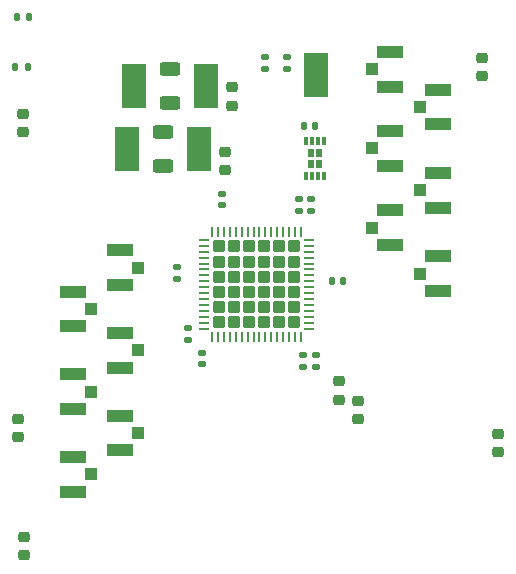
<source format=gbr>
%TF.GenerationSoftware,KiCad,Pcbnew,8.0.7-8.0.7-0~ubuntu22.04.1*%
%TF.CreationDate,2024-12-10T17:00:38-05:00*%
%TF.ProjectId,breakout-tt07-qfn,62726561-6b6f-4757-942d-747430372d71,1.1*%
%TF.SameCoordinates,PX2b64660PY42c1d80*%
%TF.FileFunction,Paste,Top*%
%TF.FilePolarity,Positive*%
%FSLAX46Y46*%
G04 Gerber Fmt 4.6, Leading zero omitted, Abs format (unit mm)*
G04 Created by KiCad (PCBNEW 8.0.7-8.0.7-0~ubuntu22.04.1) date 2024-12-10 17:00:38*
%MOMM*%
%LPD*%
G01*
G04 APERTURE LIST*
G04 Aperture macros list*
%AMRoundRect*
0 Rectangle with rounded corners*
0 $1 Rounding radius*
0 $2 $3 $4 $5 $6 $7 $8 $9 X,Y pos of 4 corners*
0 Add a 4 corners polygon primitive as box body*
4,1,4,$2,$3,$4,$5,$6,$7,$8,$9,$2,$3,0*
0 Add four circle primitives for the rounded corners*
1,1,$1+$1,$2,$3*
1,1,$1+$1,$4,$5*
1,1,$1+$1,$6,$7*
1,1,$1+$1,$8,$9*
0 Add four rect primitives between the rounded corners*
20,1,$1+$1,$2,$3,$4,$5,0*
20,1,$1+$1,$4,$5,$6,$7,0*
20,1,$1+$1,$6,$7,$8,$9,0*
20,1,$1+$1,$8,$9,$2,$3,0*%
G04 Aperture macros list end*
%ADD10RoundRect,0.140000X0.170000X-0.140000X0.170000X0.140000X-0.170000X0.140000X-0.170000X-0.140000X0*%
%ADD11RoundRect,0.140000X0.140000X0.170000X-0.140000X0.170000X-0.140000X-0.170000X0.140000X-0.170000X0*%
%ADD12R,2.000000X3.800000*%
%ADD13R,1.050000X1.000000*%
%ADD14R,2.200000X1.050000*%
%ADD15RoundRect,0.225000X-0.250000X0.225000X-0.250000X-0.225000X0.250000X-0.225000X0.250000X0.225000X0*%
%ADD16RoundRect,0.140000X-0.170000X0.140000X-0.170000X-0.140000X0.170000X-0.140000X0.170000X0.140000X0*%
%ADD17RoundRect,0.135000X0.135000X0.185000X-0.135000X0.185000X-0.135000X-0.185000X0.135000X-0.185000X0*%
%ADD18RoundRect,0.250000X0.265000X0.265000X-0.265000X0.265000X-0.265000X-0.265000X0.265000X-0.265000X0*%
%ADD19RoundRect,0.062500X0.362500X0.062500X-0.362500X0.062500X-0.362500X-0.062500X0.362500X-0.062500X0*%
%ADD20RoundRect,0.062500X0.062500X0.362500X-0.062500X0.362500X-0.062500X-0.362500X0.062500X-0.362500X0*%
%ADD21R,0.580000X0.710000*%
%ADD22R,0.300000X0.750000*%
%ADD23RoundRect,0.250000X-0.625000X0.312500X-0.625000X-0.312500X0.625000X-0.312500X0.625000X0.312500X0*%
%ADD24RoundRect,0.225000X0.250000X-0.225000X0.250000X0.225000X-0.250000X0.225000X-0.250000X-0.225000X0*%
%ADD25RoundRect,0.250000X0.625000X-0.312500X0.625000X0.312500X-0.625000X0.312500X-0.625000X-0.312500X0*%
%ADD26RoundRect,0.135000X-0.185000X0.135000X-0.185000X-0.135000X0.185000X-0.135000X0.185000X0.135000X0*%
G04 APERTURE END LIST*
D10*
%TO.C,C5*%
X74300000Y-49180000D03*
X74300000Y-48220000D03*
%TD*%
%TO.C,C4*%
X65750000Y-48980000D03*
X65750000Y-48020000D03*
%TD*%
%TO.C,C8*%
X75400000Y-49180000D03*
X75400000Y-48220000D03*
%TD*%
%TO.C,C6*%
X74000000Y-35980000D03*
X74000000Y-35020000D03*
%TD*%
%TO.C,C10*%
X67500000Y-35480000D03*
X67500000Y-34520000D03*
%TD*%
D11*
%TO.C,C13*%
X77730000Y-41900000D03*
X76770000Y-41900000D03*
%TD*%
D12*
%TO.C,TP3*%
X60000000Y-25400000D03*
%TD*%
%TO.C,TP2*%
X65500000Y-30750000D03*
%TD*%
D13*
%TO.C,J3*%
X56412500Y-44300000D03*
D14*
X54887500Y-45775000D03*
X54887500Y-42825000D03*
%TD*%
D15*
%TO.C,C19*%
X77400000Y-50425000D03*
X77400000Y-51975000D03*
%TD*%
D16*
%TO.C,C7*%
X75000000Y-35020000D03*
X75000000Y-35980000D03*
%TD*%
D13*
%TO.C,J12*%
X84200000Y-27200000D03*
D14*
X85725000Y-25725000D03*
X85725000Y-28675000D03*
%TD*%
D17*
%TO.C,R1*%
X51010000Y-23800000D03*
X49990000Y-23800000D03*
%TD*%
D13*
%TO.C,J13*%
X80200000Y-24000000D03*
D14*
X81725000Y-22525000D03*
X81725000Y-25475000D03*
%TD*%
D15*
%TO.C,C14*%
X50700000Y-63575000D03*
X50700000Y-65125000D03*
%TD*%
%TO.C,C2*%
X67750000Y-30975000D03*
X67750000Y-32525000D03*
%TD*%
D18*
%TO.C,U1*%
X73600000Y-45400000D03*
X73600000Y-44120000D03*
X73600000Y-42840000D03*
X73600000Y-41560000D03*
X73600000Y-40280000D03*
X73600000Y-39000000D03*
X72320000Y-45400000D03*
X72320000Y-44120000D03*
X72320000Y-42840000D03*
X72320000Y-41560000D03*
X72320000Y-40280000D03*
X72320000Y-39000000D03*
X71040000Y-45400000D03*
X71040000Y-44120000D03*
X71040000Y-42840000D03*
X71040000Y-41560000D03*
X71040000Y-40280000D03*
X71040000Y-39000000D03*
X69760000Y-45400000D03*
X69760000Y-44120000D03*
X69760000Y-42840000D03*
X69760000Y-41560000D03*
X69760000Y-40280000D03*
X69760000Y-39000000D03*
X68480000Y-45400000D03*
X68480000Y-44120000D03*
X68480000Y-42840000D03*
X68480000Y-41560000D03*
X68480000Y-40280000D03*
X68480000Y-39000000D03*
X67200000Y-45400000D03*
X67200000Y-44120000D03*
X67200000Y-42840000D03*
X67200000Y-41560000D03*
X67200000Y-40280000D03*
X67200000Y-39000000D03*
D19*
X74850000Y-45950000D03*
X74850000Y-45450000D03*
X74850000Y-44950000D03*
X74850000Y-44450000D03*
X74850000Y-43950000D03*
X74850000Y-43450000D03*
X74850000Y-42950000D03*
X74850000Y-42450000D03*
X74850000Y-41950000D03*
X74850000Y-41450000D03*
X74850000Y-40950000D03*
X74850000Y-40450000D03*
X74850000Y-39950000D03*
X74850000Y-39450000D03*
X74850000Y-38950000D03*
X74850000Y-38450000D03*
D20*
X74150000Y-37750000D03*
X73650000Y-37750000D03*
X73150000Y-37750000D03*
X72650000Y-37750000D03*
X72150000Y-37750000D03*
X71650000Y-37750000D03*
X71150000Y-37750000D03*
X70650000Y-37750000D03*
X70150000Y-37750000D03*
X69650000Y-37750000D03*
X69150000Y-37750000D03*
X68650000Y-37750000D03*
X68150000Y-37750000D03*
X67650000Y-37750000D03*
X67150000Y-37750000D03*
X66650000Y-37750000D03*
D19*
X65950000Y-38450000D03*
X65950000Y-38950000D03*
X65950000Y-39450000D03*
X65950000Y-39950000D03*
X65950000Y-40450000D03*
X65950000Y-40950000D03*
X65950000Y-41450000D03*
X65950000Y-41950000D03*
X65950000Y-42450000D03*
X65950000Y-42950000D03*
X65950000Y-43450000D03*
X65950000Y-43950000D03*
X65950000Y-44450000D03*
X65950000Y-44950000D03*
X65950000Y-45450000D03*
X65950000Y-45950000D03*
D20*
X66650000Y-46650000D03*
X67150000Y-46650000D03*
X67650000Y-46650000D03*
X68150000Y-46650000D03*
X68650000Y-46650000D03*
X69150000Y-46650000D03*
X69650000Y-46650000D03*
X70150000Y-46650000D03*
X70650000Y-46650000D03*
X71150000Y-46650000D03*
X71650000Y-46650000D03*
X72150000Y-46650000D03*
X72650000Y-46650000D03*
X73150000Y-46650000D03*
X73650000Y-46650000D03*
X74150000Y-46650000D03*
%TD*%
D13*
%TO.C,J4*%
X60362500Y-47800000D03*
D14*
X58837500Y-49275000D03*
X58837500Y-46325000D03*
%TD*%
D13*
%TO.C,J8*%
X84200000Y-41300000D03*
D14*
X85725000Y-39825000D03*
X85725000Y-42775000D03*
%TD*%
D21*
%TO.C,U2*%
X74987500Y-31987500D03*
X75712500Y-31987500D03*
X74987500Y-31112500D03*
X75712500Y-31112500D03*
D22*
X74600000Y-33000000D03*
X75100000Y-33000000D03*
X75600000Y-33000000D03*
X76100000Y-33000000D03*
X76100000Y-30100000D03*
X75600000Y-30100000D03*
X75100000Y-30100000D03*
X74600000Y-30100000D03*
%TD*%
D23*
%TO.C,R3*%
X63100000Y-23937500D03*
X63100000Y-26862500D03*
%TD*%
D10*
%TO.C,C11*%
X63700000Y-41730000D03*
X63700000Y-40770000D03*
%TD*%
D24*
%TO.C,C17*%
X50200000Y-55175000D03*
X50200000Y-53625000D03*
%TD*%
D16*
%TO.C,C12*%
X64600000Y-45920000D03*
X64600000Y-46880000D03*
%TD*%
D15*
%TO.C,C3*%
X68300000Y-25525000D03*
X68300000Y-27075000D03*
%TD*%
D24*
%TO.C,C16*%
X90850000Y-56425000D03*
X90850000Y-54875000D03*
%TD*%
D13*
%TO.C,J9*%
X80200000Y-37400000D03*
D14*
X81725000Y-35925000D03*
X81725000Y-38875000D03*
%TD*%
D12*
%TO.C,TP4*%
X59400000Y-30750000D03*
%TD*%
D25*
%TO.C,R4*%
X62500000Y-32212500D03*
X62500000Y-29287500D03*
%TD*%
D15*
%TO.C,C1*%
X89500000Y-23025000D03*
X89500000Y-24575000D03*
%TD*%
D13*
%TO.C,J7*%
X56412500Y-58300000D03*
D14*
X54887500Y-59775000D03*
X54887500Y-56825000D03*
%TD*%
D17*
%TO.C,R2*%
X51110000Y-19600000D03*
X50090000Y-19600000D03*
%TD*%
D26*
%TO.C,R7*%
X73000000Y-22990000D03*
X73000000Y-24010000D03*
%TD*%
%TO.C,R6*%
X71150000Y-22980000D03*
X71150000Y-24000000D03*
%TD*%
D13*
%TO.C,J2*%
X60362500Y-40800000D03*
D14*
X58837500Y-42275000D03*
X58837500Y-39325000D03*
%TD*%
D13*
%TO.C,J6*%
X60362500Y-54800000D03*
D14*
X58837500Y-56275000D03*
X58837500Y-53325000D03*
%TD*%
D12*
%TO.C,TP9*%
X75400000Y-24500000D03*
%TD*%
D13*
%TO.C,J11*%
X80200000Y-30700000D03*
D14*
X81725000Y-29225000D03*
X81725000Y-32175000D03*
%TD*%
D24*
%TO.C,C15*%
X50600000Y-29350000D03*
X50600000Y-27800000D03*
%TD*%
D11*
%TO.C,C9*%
X75380000Y-28800000D03*
X74420000Y-28800000D03*
%TD*%
D12*
%TO.C,TP1*%
X66100000Y-25400000D03*
%TD*%
D13*
%TO.C,J10*%
X84200000Y-34250000D03*
D14*
X85725000Y-32775000D03*
X85725000Y-35725000D03*
%TD*%
D13*
%TO.C,J5*%
X56412500Y-51300000D03*
D14*
X54887500Y-52775000D03*
X54887500Y-49825000D03*
%TD*%
D24*
%TO.C,C18*%
X78950000Y-53625000D03*
X78950000Y-52075000D03*
%TD*%
M02*

</source>
